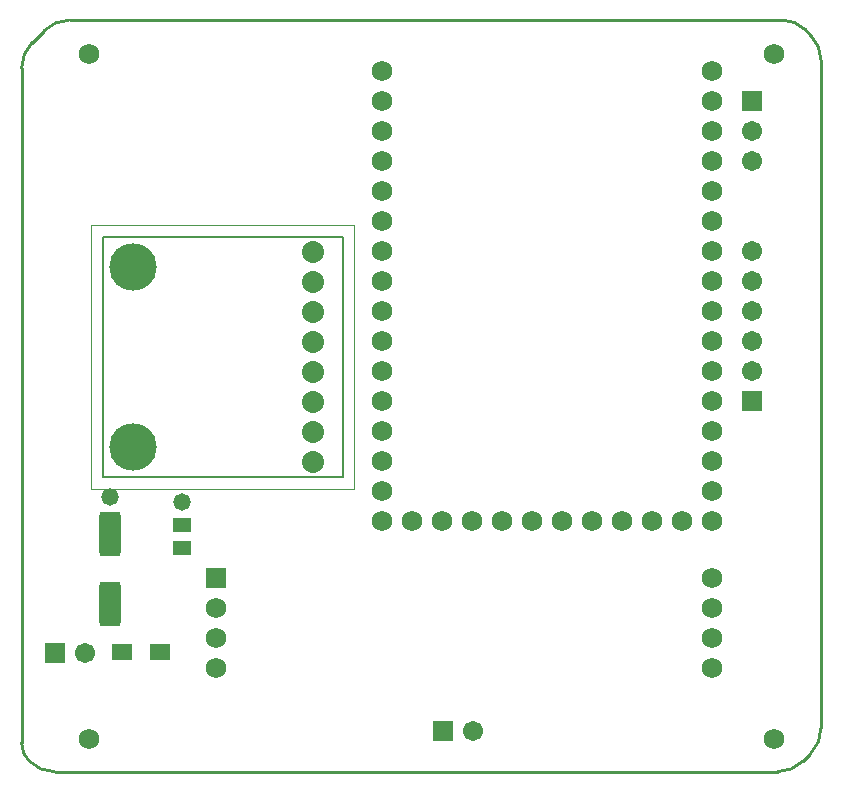
<source format=gts>
G04 Layer_Color=8388736*
%FSLAX25Y25*%
%MOIN*%
G70*
G01*
G75*
%ADD14C,0.01000*%
%ADD15C,0.00787*%
%ADD16C,0.00394*%
%ADD26R,0.07099X0.05524*%
%ADD27R,0.06312X0.05131*%
G04:AMPARAMS|DCode=28|XSize=149.73mil|YSize=70.99mil|CornerRadius=11.87mil|HoleSize=0mil|Usage=FLASHONLY|Rotation=270.000|XOffset=0mil|YOffset=0mil|HoleType=Round|Shape=RoundedRectangle|*
%AMROUNDEDRECTD28*
21,1,0.14973,0.04724,0,0,270.0*
21,1,0.12598,0.07099,0,0,270.0*
1,1,0.02375,-0.02362,-0.06299*
1,1,0.02375,-0.02362,0.06299*
1,1,0.02375,0.02362,0.06299*
1,1,0.02375,0.02362,-0.06299*
%
%ADD28ROUNDEDRECTD28*%
%ADD29C,0.06800*%
%ADD30R,0.06706X0.06706*%
%ADD31C,0.06706*%
%ADD32R,0.06706X0.06706*%
%ADD33C,0.15800*%
%ADD34C,0.07355*%
%ADD35R,0.06800X0.06800*%
%ADD36C,0.05800*%
D14*
X190500Y365500D02*
G03*
X181965Y361965I0J-12071D01*
G01*
X178035Y358035D02*
G03*
X174500Y349500I8535J-8535D01*
G01*
Y124485D02*
G03*
X176964Y118535I8414J0D01*
G01*
D02*
G03*
X185500Y115000I8535J8535D01*
G01*
X426500D02*
G03*
X435036Y118535I0J12071D01*
G01*
X437465Y120965D02*
G03*
X441000Y129500I-8535J8535D01*
G01*
Y352000D02*
G03*
X437465Y360536I-12071J0D01*
G01*
X435500Y362500D02*
G03*
X428257Y365500I-7243J-7243D01*
G01*
X190500D02*
X346500D01*
X178035Y358035D02*
X181965Y361965D01*
X174500Y124485D02*
Y349500D01*
X185500Y115000D02*
X426500D01*
X435036Y118535D02*
X437465Y120965D01*
X441000Y129500D02*
Y352000D01*
X435500Y362500D02*
X437465Y360536D01*
X346500Y365500D02*
X428257D01*
D15*
X201500Y213222D02*
X281500D01*
Y293222D01*
X201500D02*
X281500D01*
X201500Y213222D02*
Y293222D01*
D16*
X197563Y209285D02*
X285437D01*
Y297160D01*
X197563D02*
X285437D01*
X197563Y209285D02*
Y297160D01*
D26*
X220602Y155000D02*
D03*
X208004D02*
D03*
D27*
X228000Y197374D02*
D03*
Y189500D02*
D03*
D28*
X204000Y194114D02*
D03*
Y170886D02*
D03*
D29*
X196850Y125984D02*
D03*
X425197D02*
D03*
Y354331D02*
D03*
X196850D02*
D03*
X294500Y198500D02*
D03*
Y208500D02*
D03*
Y218500D02*
D03*
Y228500D02*
D03*
Y238500D02*
D03*
Y248500D02*
D03*
Y258500D02*
D03*
Y268500D02*
D03*
Y278500D02*
D03*
Y288500D02*
D03*
Y298500D02*
D03*
Y308500D02*
D03*
Y318500D02*
D03*
Y328500D02*
D03*
Y338500D02*
D03*
Y348500D02*
D03*
X304500Y198500D02*
D03*
X314500D02*
D03*
X324500D02*
D03*
X334500D02*
D03*
X344500D02*
D03*
X354500D02*
D03*
X364500D02*
D03*
X374500D02*
D03*
X384500D02*
D03*
X394500D02*
D03*
X404500D02*
D03*
Y208500D02*
D03*
Y218500D02*
D03*
Y228500D02*
D03*
Y238500D02*
D03*
Y248500D02*
D03*
Y258500D02*
D03*
Y268500D02*
D03*
Y278500D02*
D03*
Y288500D02*
D03*
Y298500D02*
D03*
Y308500D02*
D03*
Y318500D02*
D03*
Y328500D02*
D03*
Y338500D02*
D03*
Y348500D02*
D03*
Y149500D02*
D03*
Y159500D02*
D03*
Y169500D02*
D03*
Y179500D02*
D03*
X239146Y169500D02*
D03*
Y159500D02*
D03*
Y149500D02*
D03*
D30*
X185500Y154409D02*
D03*
X315000Y128500D02*
D03*
D31*
X195500Y154409D02*
D03*
X325000Y128500D02*
D03*
X418000Y248453D02*
D03*
Y258453D02*
D03*
Y268453D02*
D03*
Y278453D02*
D03*
Y288453D02*
D03*
Y328547D02*
D03*
Y318547D02*
D03*
D32*
Y238453D02*
D03*
Y338547D02*
D03*
D33*
X211500Y283222D02*
D03*
Y223222D02*
D03*
D34*
X271500Y288222D02*
D03*
Y278222D02*
D03*
Y268222D02*
D03*
Y258222D02*
D03*
Y248222D02*
D03*
Y238222D02*
D03*
Y228222D02*
D03*
Y218222D02*
D03*
D35*
X239146Y179500D02*
D03*
D36*
X204000Y206500D02*
D03*
X228000Y205000D02*
D03*
M02*

</source>
